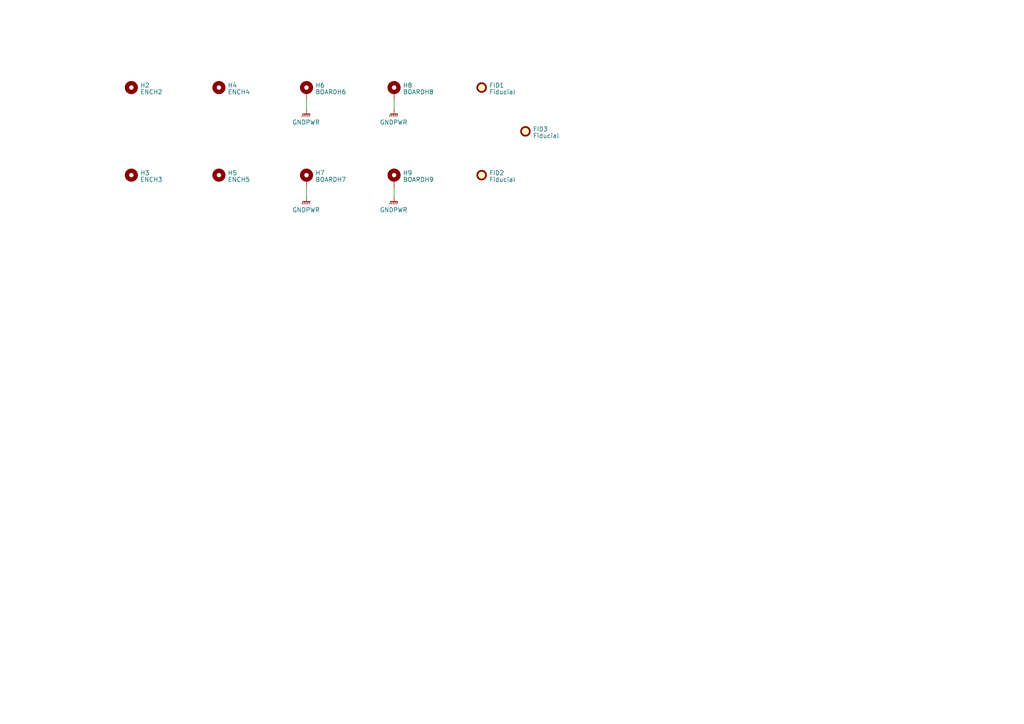
<source format=kicad_sch>
(kicad_sch (version 20230121) (generator eeschema)
  (paper "A4")
  (lib_symbols
    (symbol "Mechanical:Fiducial"
      (property "Reference" "FID" (at 0 5.08 0))
      (property "Value" "Fiducial" (at 0 3.175 0))
      (symbol "Fiducial_0_1"
        (circle (center 0 0) (radius 1.27) (stroke (width 0.508)) (fill (type background)))
      )
    )
    (symbol "Mechanical:MountingHole" (pin_names (offset 1.016))
      (property "Reference" "H" (at 0 5.08 0))
      (property "Value" "MountingHole" (at 0 3.175 0))
      (symbol "MountingHole_0_1"
        (circle (center 0 0) (radius 1.27) (stroke (width 1.27)))
      )
    )
    (symbol "Mechanical:MountingHole_Pad" (pin_numbers hide) (pin_names (offset 1.016) hide)
      (property "Reference" "H" (at 0 6.35 0))
      (property "Value" "MountingHole_Pad" (at 0 4.445 0))
      (symbol "MountingHole_Pad_0_1"
        (circle (center 0 1.27) (radius 1.27) (stroke (width 1.27)))
      )
      (symbol "MountingHole_Pad_1_1"
        (pin input line (at 0 -2.54 90) (length 2.54) (name "1") (number "1"))
      )
    )
    (symbol "power:GNDPWR" (power) (pin_names (offset 0))
      (property "Value" "GNDPWR" (at 0 -3.302 0))
      (symbol "GNDPWR_0_1"
        (polyline (pts (xy 0 -1.27) (xy 0 0)))
        (polyline (pts (xy -1.016 -1.27) (xy -1.27 -2.032) (xy -1.27 -2.032)) (stroke (width 0.2032)))
        (polyline (pts (xy -0.508 -1.27) (xy -0.762 -2.032) (xy -0.762 -2.032)) (stroke (width 0.2032)))
        (polyline (pts (xy 0 -1.27) (xy -0.254 -2.032) (xy -0.254 -2.032)) (stroke (width 0.2032)))
        (polyline (pts (xy 0.508 -1.27) (xy 0.254 -2.032) (xy 0.254 -2.032)) (stroke (width 0.2032)))
        (polyline (pts (xy 1.016 -1.27) (xy -1.016 -1.27) (xy -1.016 -1.27)) (stroke (width 0.2032)))
        (polyline (pts (xy 1.016 -1.27) (xy 0.762 -2.032) (xy 0.762 -2.032) (xy 0.762 -2.032)) (stroke (width 0.2032)))
      )
      (symbol "GNDPWR_1_1"
        (pin power_in line (at 0 0 270) (length 0) hide (name "GNDPWR") (number "1"))
      )
    )
  )
  (wire (pts (xy 114.3 54.61) (xy 114.3 57.15)))
  (wire (pts (xy 88.9 54.61) (xy 88.9 57.15)))
  (wire (pts (xy 88.9 29.21) (xy 88.9 31.75)))
  (wire (pts (xy 114.3 29.21) (xy 114.3 31.75)))
  (symbol (lib_id "power:GNDPWR") (at 88.9 57.15 0) (unit 1)
    (property "Reference" "#PWR06" (effects hide))
    (property "Value" "GNDPWR" (at 88.773 60.8791 0))
    (instances (project "dlpSAT" (path "" (reference "#PWR06") (unit 1)) (path "" (reference "#PWR037") (unit 1))))
  )
  (symbol (lib_id "Mechanical:MountingHole") (at 63.5 25.4 0) (unit 1)
    (property "Reference" "H4" (at 66.04 24.7563 0) (effects (justify left)))
    (property "Value" "ENC${REFERENCE}" (at 66.04 26.6773 0) (effects (justify left)))
    (property "Footprint" "MountingHole:MountingHole_2.2mm_M2" (effects hide))
    (instances (project "" (path "" (reference "H4") (unit 1))) (project "" (path "" (reference "H4") (unit 1))) (project "" (path "" (reference "H4") (unit 1))) (project "dlpSAT" (path "" (reference "H4") (unit 1)) (path "" (reference "H?") (unit 1)) (path "" (reference "H?") (unit 1)) (path "" (reference "H?") (unit 1)) (path "" (reference "H3") (unit 1)) (path "" (reference "H3") (unit 1)) (path "" (reference "H3") (unit 1)) (path "" (reference "H4") (unit 1)) (path "" (reference "H4") (unit 1))) (project "" (path "" (reference "H4") (unit 1))) (project "" (path "" (reference "H4") (unit 1))) (project "" (path "" (reference "H4") (unit 1))) (project "" (path "" (reference "H3") (unit 1))))
  )
  (symbol (lib_id "Mechanical:MountingHole") (at 38.1 25.4 0) (unit 1)
    (property "Reference" "H2" (at 40.64 24.7563 0) (effects (justify left)))
    (property "Value" "ENC${REFERENCE}" (at 40.64 26.6773 0) (effects (justify left)))
    (property "Footprint" "MountingHole:MountingHole_2.2mm_M2" (effects hide))
    (instances (project "" (path "" (reference "H2") (unit 1))) (project "" (path "" (reference "H2") (unit 1))) (project "" (path "" (reference "H2") (unit 1))) (project "dlpSAT" (path "" (reference "H2") (unit 1)) (path "" (reference "H?") (unit 1)) (path "" (reference "H?") (unit 1)) (path "" (reference "H?") (unit 1)) (path "" (reference "H1") (unit 1)) (path "" (reference "H1") (unit 1)) (path "" (reference "H1") (unit 1)) (path "" (reference "H2") (unit 1)) (path "" (reference "H2") (unit 1))) (project "" (path "" (reference "H2") (unit 1))) (project "" (path "" (reference "H2") (unit 1))) (project "" (path "" (reference "H2") (unit 1))) (project "" (path "" (reference "H1") (unit 1))))
  )
  (symbol (lib_id "Mechanical:Fiducial") (at 139.7 50.8 0) (unit 1)
    (property "Reference" "FID2" (at 141.859 50.1563 0) (effects (justify left)))
    (property "Value" "Fiducial" (at 141.859 52.0773 0) (effects (justify left)))
  )
  (symbol (lib_id "power:GNDPWR") (at 88.9 31.75 0) (unit 1)
    (property "Reference" "#PWR06" (effects hide))
    (property "Value" "GNDPWR" (at 88.773 35.4791 0))
    (instances (project "dlpSAT" (path "" (reference "#PWR06") (unit 1)) (path "" (reference "#PWR036") (unit 1))))
  )
  (symbol (lib_id "Mechanical:MountingHole") (at 63.5 50.8 0) (unit 1)
    (property "Reference" "H5" (at 66.04 50.1563 0) (effects (justify left)))
    (property "Value" "ENC${REFERENCE}" (at 66.04 52.0773 0) (effects (justify left)))
    (property "Footprint" "MountingHole:MountingHole_2.2mm_M2" (effects hide))
    (instances (project "" (path "" (reference "H5") (unit 1))) (project "" (path "" (reference "H5") (unit 1))) (project "" (path "" (reference "H5") (unit 1))) (project "dlpSAT" (path "" (reference "H5") (unit 1)) (path "" (reference "H?") (unit 1)) (path "" (reference "H?") (unit 1)) (path "" (reference "H?") (unit 1)) (path "" (reference "H4") (unit 1)) (path "" (reference "H4") (unit 1)) (path "" (reference "H4") (unit 1)) (path "" (reference "H5") (unit 1)) (path "" (reference "H5") (unit 1))) (project "" (path "" (reference "H5") (unit 1))) (project "" (path "" (reference "H5") (unit 1))) (project "" (path "" (reference "H5") (unit 1))) (project "" (path "" (reference "H4") (unit 1))))
  )
  (symbol (lib_id "Mechanical:MountingHole") (at 38.1 50.8 0) (unit 1)
    (property "Reference" "H3" (at 40.64 50.1563 0) (effects (justify left)))
    (property "Value" "ENC${REFERENCE}" (at 40.64 52.0773 0) (effects (justify left)))
    (property "Footprint" "MountingHole:MountingHole_2.2mm_M2" (effects hide))
    (instances (project "" (path "" (reference "H3") (unit 1))) (project "" (path "" (reference "H3") (unit 1))) (project "" (path "" (reference "H3") (unit 1))) (project "dlpSAT" (path "" (reference "H3") (unit 1)) (path "" (reference "H?") (unit 1)) (path "" (reference "H?") (unit 1)) (path "" (reference "H?") (unit 1)) (path "" (reference "H2") (unit 1)) (path "" (reference "H2") (unit 1)) (path "" (reference "H2") (unit 1)) (path "" (reference "H3") (unit 1)) (path "" (reference "H3") (unit 1))) (project "" (path "" (reference "H3") (unit 1))) (project "" (path "" (reference "H3") (unit 1))) (project "" (path "" (reference "H3") (unit 1))) (project "" (path "" (reference "H2") (unit 1))))
  )
  (symbol (lib_id "power:GNDPWR") (at 114.3 57.15 0) (unit 1)
    (property "Reference" "#PWR06" (effects hide))
    (property "Value" "GNDPWR" (at 114.173 60.8791 0))
    (instances (project "dlpSAT" (path "" (reference "#PWR06") (unit 1)) (path "" (reference "#PWR039") (unit 1))))
  )
  (symbol (lib_id "Mechanical:Fiducial") (at 139.7 25.4 0) (unit 1)
    (property "Reference" "FID1" (at 141.859 24.7563 0) (effects (justify left)))
    (property "Value" "Fiducial" (at 141.859 26.6773 0) (effects (justify left)))
  )
  (symbol (lib_id "Mechanical:MountingHole_Pad") (at 88.9 52.07 0) (unit 1)
    (property "Reference" "H7" (at 91.44 50.1563 0) (effects (justify left)))
    (property "Value" "BOARD${REFERENCE}" (at 91.44 52.0773 0) (effects (justify left)))
    (instances (project "" (path "" (reference "H7") (unit 1))) (project "" (path "" (reference "H7") (unit 1))) (project "" (path "" (reference "H7") (unit 1))) (project "dlpSAT" (path "" (reference "H7") (unit 1)) (path "" (reference "H?") (unit 1)) (path "" (reference "H?") (unit 1)) (path "" (reference "H?") (unit 1)) (path "" (reference "H6") (unit 1)) (path "" (reference "H6") (unit 1)) (path "" (reference "H6") (unit 1)) (path "" (reference "H7") (unit 1)) (path "" (reference "H7") (unit 1))) (project "" (path "" (reference "H7") (unit 1))) (project "" (path "" (reference "H7") (unit 1))) (project "" (path "" (reference "H7") (unit 1))) (project "" (path "" (reference "H6") (unit 1))))
  )
  (symbol (lib_id "Mechanical:Fiducial") (at 152.4 38.1 0) (unit 1)
    (property "Reference" "FID3" (at 154.559 37.4563 0) (effects (justify left)))
    (property "Value" "Fiducial" (at 154.559 39.3773 0) (effects (justify left)))
  )
  (symbol (lib_id "Mechanical:MountingHole_Pad") (at 114.3 26.67 0) (unit 1)
    (property "Reference" "H8" (at 116.84 24.7563 0) (effects (justify left)))
    (property "Value" "BOARD${REFERENCE}" (at 116.84 26.6773 0) (effects (justify left)))
    (instances (project "" (path "" (reference "H8") (unit 1))) (project "" (path "" (reference "H8") (unit 1))) (project "" (path "" (reference "H8") (unit 1))) (project "dlpSAT" (path "" (reference "H8") (unit 1)) (path "" (reference "H?") (unit 1)) (path "" (reference "H?") (unit 1)) (path "" (reference "H?") (unit 1)) (path "" (reference "H7") (unit 1)) (path "" (reference "H7") (unit 1)) (path "" (reference "H7") (unit 1)) (path "" (reference "H8") (unit 1)) (path "" (reference "H8") (unit 1))) (project "" (path "" (reference "H8") (unit 1))) (project "" (path "" (reference "H8") (unit 1))) (project "" (path "" (reference "H8") (unit 1))) (project "" (path "" (reference "H7") (unit 1))))
  )
  (symbol (lib_id "power:GNDPWR") (at 114.3 31.75 0) (unit 1)
    (property "Reference" "#PWR06" (effects hide))
    (property "Value" "GNDPWR" (at 114.173 35.4791 0))
    (instances (project "dlpSAT" (path "" (reference "#PWR06") (unit 1)) (path "" (reference "#PWR038") (unit 1))))
  )
  (symbol (lib_id "Mechanical:MountingHole_Pad") (at 88.9 26.67 0) (unit 1)
    (property "Reference" "H6" (at 91.44 24.7563 0) (effects (justify left)))
    (property "Value" "BOARD${REFERENCE}" (at 91.44 26.6773 0) (effects (justify left)))
    (instances (project "" (path "" (reference "H6") (unit 1))) (project "" (path "" (reference "H6") (unit 1))) (project "" (path "" (reference "H6") (unit 1))) (project "dlpSAT" (path "" (reference "H6") (unit 1)) (path "" (reference "H?") (unit 1)) (path "" (reference "H?") (unit 1)) (path "" (reference "H?") (unit 1)) (path "" (reference "H5") (unit 1)) (path "" (reference "H5") (unit 1)) (path "" (reference "H5") (unit 1)) (path "" (reference "H6") (unit 1)) (path "" (reference "H6") (unit 1))) (project "" (path "" (reference "H6") (unit 1))) (project "" (path "" (reference "H6") (unit 1))) (project "" (path "" (reference "H6") (unit 1))) (project "" (path "" (reference "H5") (unit 1))))
  )
  (symbol (lib_id "Mechanical:MountingHole_Pad") (at 114.3 52.07 0) (unit 1)
    (property "Reference" "H9" (at 116.84 50.1563 0) (effects (justify left)))
    (property "Value" "BOARD${REFERENCE}" (at 116.84 52.0773 0) (effects (justify left)))
    (instances (project "" (path "" (reference "H9") (unit 1))) (project "" (path "" (reference "H9") (unit 1))) (project "" (path "" (reference "H9") (unit 1))) (project "dlpSAT" (path "" (reference "H9") (unit 1)) (path "" (reference "H?") (unit 1)) (path "" (reference "H?") (unit 1)) (path "" (reference "H?") (unit 1)) (path "" (reference "H8") (unit 1)) (path "" (reference "H8") (unit 1)) (path "" (reference "H8") (unit 1)) (path "" (reference "H9") (unit 1)) (path "" (reference "H9") (unit 1))) (project "" (path "" (reference "H9") (unit 1))) (project "" (path "" (reference "H9") (unit 1))) (project "" (path "" (reference "H9") (unit 1))) (project "" (path "" (reference "H8") (unit 1))))
  )
)
</source>
